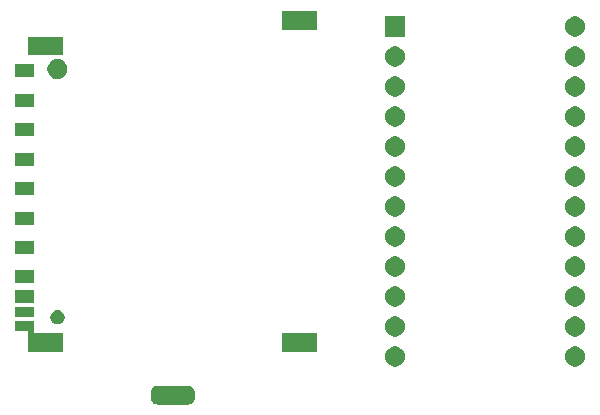
<source format=gbr>
G04 #@! TF.GenerationSoftware,KiCad,Pcbnew,(5.1.5)-3*
G04 #@! TF.CreationDate,2020-01-23T23:17:30-08:00*
G04 #@! TF.ProjectId,sdInterface,7364496e-7465-4726-9661-63652e6b6963,rev?*
G04 #@! TF.SameCoordinates,Original*
G04 #@! TF.FileFunction,Soldermask,Top*
G04 #@! TF.FilePolarity,Negative*
%FSLAX46Y46*%
G04 Gerber Fmt 4.6, Leading zero omitted, Abs format (unit mm)*
G04 Created by KiCad (PCBNEW (5.1.5)-3) date 2020-01-23 23:17:30*
%MOMM*%
%LPD*%
G04 APERTURE LIST*
%ADD10C,0.100000*%
G04 APERTURE END LIST*
D10*
G36*
X104059999Y-105999737D02*
G01*
X104074528Y-106004145D01*
X104087711Y-106009606D01*
X104111745Y-106014388D01*
X104136249Y-106014389D01*
X104160282Y-106009609D01*
X104182921Y-106000232D01*
X104184765Y-105999000D01*
X105416050Y-105999000D01*
X105428164Y-106005475D01*
X105451613Y-106012588D01*
X105475999Y-106014990D01*
X105500385Y-106012588D01*
X105523834Y-106005475D01*
X105528746Y-106003152D01*
X105540001Y-105999737D01*
X105556140Y-105998148D01*
X106093861Y-105998148D01*
X106112199Y-105999954D01*
X106124450Y-106000556D01*
X106142869Y-106000556D01*
X106165149Y-106002750D01*
X106249233Y-106019476D01*
X106270660Y-106025976D01*
X106349858Y-106058780D01*
X106355303Y-106061691D01*
X106355309Y-106061693D01*
X106364169Y-106066429D01*
X106364173Y-106066432D01*
X106369614Y-106069340D01*
X106440899Y-106116971D01*
X106458204Y-106131172D01*
X106518828Y-106191796D01*
X106533029Y-106209101D01*
X106580660Y-106280386D01*
X106583568Y-106285827D01*
X106583571Y-106285831D01*
X106588307Y-106294691D01*
X106588309Y-106294697D01*
X106591220Y-106300142D01*
X106624024Y-106379340D01*
X106630524Y-106400767D01*
X106647250Y-106484851D01*
X106649444Y-106507131D01*
X106649444Y-106525550D01*
X106650046Y-106537801D01*
X106651852Y-106556139D01*
X106651852Y-107043862D01*
X106650046Y-107062199D01*
X106649444Y-107074450D01*
X106649444Y-107092869D01*
X106647250Y-107115149D01*
X106630524Y-107199233D01*
X106624024Y-107220660D01*
X106591220Y-107299858D01*
X106588309Y-107305303D01*
X106588307Y-107305309D01*
X106583571Y-107314169D01*
X106583568Y-107314173D01*
X106580660Y-107319614D01*
X106533029Y-107390899D01*
X106518828Y-107408204D01*
X106458204Y-107468828D01*
X106440899Y-107483029D01*
X106369614Y-107530660D01*
X106364173Y-107533568D01*
X106364169Y-107533571D01*
X106355309Y-107538307D01*
X106355303Y-107538309D01*
X106349858Y-107541220D01*
X106270660Y-107574024D01*
X106249233Y-107580524D01*
X106165149Y-107597250D01*
X106142869Y-107599444D01*
X106124450Y-107599444D01*
X106112199Y-107600046D01*
X106093862Y-107601852D01*
X105556140Y-107601852D01*
X105540001Y-107600263D01*
X105525472Y-107595855D01*
X105512289Y-107590394D01*
X105488255Y-107585612D01*
X105463751Y-107585611D01*
X105439718Y-107590391D01*
X105417079Y-107599768D01*
X105415235Y-107601000D01*
X104183950Y-107601000D01*
X104171836Y-107594525D01*
X104148387Y-107587412D01*
X104124001Y-107585010D01*
X104099615Y-107587412D01*
X104076166Y-107594525D01*
X104071254Y-107596848D01*
X104059999Y-107600263D01*
X104043860Y-107601852D01*
X103506138Y-107601852D01*
X103487801Y-107600046D01*
X103475550Y-107599444D01*
X103457131Y-107599444D01*
X103434851Y-107597250D01*
X103350767Y-107580524D01*
X103329340Y-107574024D01*
X103250142Y-107541220D01*
X103244697Y-107538309D01*
X103244691Y-107538307D01*
X103235831Y-107533571D01*
X103235827Y-107533568D01*
X103230386Y-107530660D01*
X103159101Y-107483029D01*
X103141796Y-107468828D01*
X103081172Y-107408204D01*
X103066971Y-107390899D01*
X103019340Y-107319614D01*
X103016432Y-107314173D01*
X103016429Y-107314169D01*
X103011693Y-107305309D01*
X103011691Y-107305303D01*
X103008780Y-107299858D01*
X102975976Y-107220660D01*
X102969476Y-107199233D01*
X102952750Y-107115149D01*
X102950556Y-107092869D01*
X102950556Y-107074450D01*
X102949954Y-107062199D01*
X102948148Y-107043862D01*
X102948148Y-106556139D01*
X102949954Y-106537801D01*
X102950556Y-106525550D01*
X102950556Y-106507131D01*
X102952750Y-106484851D01*
X102969476Y-106400767D01*
X102975976Y-106379340D01*
X103008780Y-106300142D01*
X103011691Y-106294697D01*
X103011693Y-106294691D01*
X103016429Y-106285831D01*
X103016432Y-106285827D01*
X103019340Y-106280386D01*
X103066971Y-106209101D01*
X103081172Y-106191796D01*
X103141796Y-106131172D01*
X103159101Y-106116971D01*
X103230386Y-106069340D01*
X103235827Y-106066432D01*
X103235831Y-106066429D01*
X103244691Y-106061693D01*
X103244697Y-106061691D01*
X103250142Y-106058780D01*
X103329340Y-106025976D01*
X103350767Y-106019476D01*
X103434851Y-106002750D01*
X103457131Y-106000556D01*
X103475550Y-106000556D01*
X103487801Y-105999954D01*
X103506139Y-105998148D01*
X104043860Y-105998148D01*
X104059999Y-105999737D01*
G37*
G36*
X123848228Y-102721703D02*
G01*
X124003100Y-102785853D01*
X124142481Y-102878985D01*
X124261015Y-102997519D01*
X124354147Y-103136900D01*
X124418297Y-103291772D01*
X124451000Y-103456184D01*
X124451000Y-103623816D01*
X124418297Y-103788228D01*
X124354147Y-103943100D01*
X124261015Y-104082481D01*
X124142481Y-104201015D01*
X124003100Y-104294147D01*
X123848228Y-104358297D01*
X123683816Y-104391000D01*
X123516184Y-104391000D01*
X123351772Y-104358297D01*
X123196900Y-104294147D01*
X123057519Y-104201015D01*
X122938985Y-104082481D01*
X122845853Y-103943100D01*
X122781703Y-103788228D01*
X122749000Y-103623816D01*
X122749000Y-103456184D01*
X122781703Y-103291772D01*
X122845853Y-103136900D01*
X122938985Y-102997519D01*
X123057519Y-102878985D01*
X123196900Y-102785853D01*
X123351772Y-102721703D01*
X123516184Y-102689000D01*
X123683816Y-102689000D01*
X123848228Y-102721703D01*
G37*
G36*
X139088228Y-102721703D02*
G01*
X139243100Y-102785853D01*
X139382481Y-102878985D01*
X139501015Y-102997519D01*
X139594147Y-103136900D01*
X139658297Y-103291772D01*
X139691000Y-103456184D01*
X139691000Y-103623816D01*
X139658297Y-103788228D01*
X139594147Y-103943100D01*
X139501015Y-104082481D01*
X139382481Y-104201015D01*
X139243100Y-104294147D01*
X139088228Y-104358297D01*
X138923816Y-104391000D01*
X138756184Y-104391000D01*
X138591772Y-104358297D01*
X138436900Y-104294147D01*
X138297519Y-104201015D01*
X138178985Y-104082481D01*
X138085853Y-103943100D01*
X138021703Y-103788228D01*
X137989000Y-103623816D01*
X137989000Y-103456184D01*
X138021703Y-103291772D01*
X138085853Y-103136900D01*
X138178985Y-102997519D01*
X138297519Y-102878985D01*
X138436900Y-102785853D01*
X138591772Y-102721703D01*
X138756184Y-102689000D01*
X138923816Y-102689000D01*
X139088228Y-102721703D01*
G37*
G36*
X93026000Y-101424001D02*
G01*
X93028402Y-101448387D01*
X93035515Y-101471836D01*
X93047066Y-101493447D01*
X93062611Y-101512389D01*
X93081553Y-101527934D01*
X93103164Y-101539485D01*
X93126613Y-101546598D01*
X93150999Y-101549000D01*
X95476000Y-101549000D01*
X95476000Y-103151000D01*
X92574000Y-103151000D01*
X92574000Y-101480999D01*
X92571598Y-101456613D01*
X92564485Y-101433164D01*
X92552934Y-101411553D01*
X92537389Y-101392611D01*
X92518447Y-101377066D01*
X92496836Y-101365515D01*
X92473387Y-101358402D01*
X92449001Y-101356000D01*
X91424000Y-101356000D01*
X91424000Y-100554000D01*
X93026000Y-100554000D01*
X93026000Y-101424001D01*
G37*
G36*
X116976000Y-103151000D02*
G01*
X114074000Y-103151000D01*
X114074000Y-101549000D01*
X116976000Y-101549000D01*
X116976000Y-103151000D01*
G37*
G36*
X139088228Y-100181703D02*
G01*
X139243100Y-100245853D01*
X139382481Y-100338985D01*
X139501015Y-100457519D01*
X139594147Y-100596900D01*
X139658297Y-100751772D01*
X139691000Y-100916184D01*
X139691000Y-101083816D01*
X139658297Y-101248228D01*
X139594147Y-101403100D01*
X139501015Y-101542481D01*
X139382481Y-101661015D01*
X139243100Y-101754147D01*
X139088228Y-101818297D01*
X138923816Y-101851000D01*
X138756184Y-101851000D01*
X138591772Y-101818297D01*
X138436900Y-101754147D01*
X138297519Y-101661015D01*
X138178985Y-101542481D01*
X138085853Y-101403100D01*
X138021703Y-101248228D01*
X137989000Y-101083816D01*
X137989000Y-100916184D01*
X138021703Y-100751772D01*
X138085853Y-100596900D01*
X138178985Y-100457519D01*
X138297519Y-100338985D01*
X138436900Y-100245853D01*
X138591772Y-100181703D01*
X138756184Y-100149000D01*
X138923816Y-100149000D01*
X139088228Y-100181703D01*
G37*
G36*
X123848228Y-100181703D02*
G01*
X124003100Y-100245853D01*
X124142481Y-100338985D01*
X124261015Y-100457519D01*
X124354147Y-100596900D01*
X124418297Y-100751772D01*
X124451000Y-100916184D01*
X124451000Y-101083816D01*
X124418297Y-101248228D01*
X124354147Y-101403100D01*
X124261015Y-101542481D01*
X124142481Y-101661015D01*
X124003100Y-101754147D01*
X123848228Y-101818297D01*
X123683816Y-101851000D01*
X123516184Y-101851000D01*
X123351772Y-101818297D01*
X123196900Y-101754147D01*
X123057519Y-101661015D01*
X122938985Y-101542481D01*
X122845853Y-101403100D01*
X122781703Y-101248228D01*
X122749000Y-101083816D01*
X122749000Y-100916184D01*
X122781703Y-100751772D01*
X122845853Y-100596900D01*
X122938985Y-100457519D01*
X123057519Y-100338985D01*
X123196900Y-100245853D01*
X123351772Y-100181703D01*
X123516184Y-100149000D01*
X123683816Y-100149000D01*
X123848228Y-100181703D01*
G37*
G36*
X95161601Y-99614397D02*
G01*
X95200305Y-99622096D01*
X95232340Y-99635365D01*
X95309680Y-99667400D01*
X95408115Y-99733173D01*
X95491827Y-99816885D01*
X95557600Y-99915320D01*
X95602904Y-100024696D01*
X95626000Y-100140805D01*
X95626000Y-100259195D01*
X95602904Y-100375304D01*
X95557600Y-100484680D01*
X95491827Y-100583115D01*
X95408115Y-100666827D01*
X95309680Y-100732600D01*
X95232340Y-100764635D01*
X95200305Y-100777904D01*
X95161601Y-100785603D01*
X95084195Y-100801000D01*
X94965805Y-100801000D01*
X94888399Y-100785603D01*
X94849695Y-100777904D01*
X94817660Y-100764635D01*
X94740320Y-100732600D01*
X94641885Y-100666827D01*
X94558173Y-100583115D01*
X94492400Y-100484680D01*
X94447096Y-100375304D01*
X94424000Y-100259195D01*
X94424000Y-100140805D01*
X94447096Y-100024696D01*
X94492400Y-99915320D01*
X94558173Y-99816885D01*
X94641885Y-99733173D01*
X94740320Y-99667400D01*
X94817660Y-99635365D01*
X94849695Y-99622096D01*
X94888399Y-99614397D01*
X94965805Y-99599000D01*
X95084195Y-99599000D01*
X95161601Y-99614397D01*
G37*
G36*
X93026000Y-100156000D02*
G01*
X91424000Y-100156000D01*
X91424000Y-99354000D01*
X93026000Y-99354000D01*
X93026000Y-100156000D01*
G37*
G36*
X139088228Y-97641703D02*
G01*
X139243100Y-97705853D01*
X139382481Y-97798985D01*
X139501015Y-97917519D01*
X139594147Y-98056900D01*
X139658297Y-98211772D01*
X139691000Y-98376184D01*
X139691000Y-98543816D01*
X139658297Y-98708228D01*
X139594147Y-98863100D01*
X139501015Y-99002481D01*
X139382481Y-99121015D01*
X139243100Y-99214147D01*
X139088228Y-99278297D01*
X138923816Y-99311000D01*
X138756184Y-99311000D01*
X138591772Y-99278297D01*
X138436900Y-99214147D01*
X138297519Y-99121015D01*
X138178985Y-99002481D01*
X138085853Y-98863100D01*
X138021703Y-98708228D01*
X137989000Y-98543816D01*
X137989000Y-98376184D01*
X138021703Y-98211772D01*
X138085853Y-98056900D01*
X138178985Y-97917519D01*
X138297519Y-97798985D01*
X138436900Y-97705853D01*
X138591772Y-97641703D01*
X138756184Y-97609000D01*
X138923816Y-97609000D01*
X139088228Y-97641703D01*
G37*
G36*
X123848228Y-97641703D02*
G01*
X124003100Y-97705853D01*
X124142481Y-97798985D01*
X124261015Y-97917519D01*
X124354147Y-98056900D01*
X124418297Y-98211772D01*
X124451000Y-98376184D01*
X124451000Y-98543816D01*
X124418297Y-98708228D01*
X124354147Y-98863100D01*
X124261015Y-99002481D01*
X124142481Y-99121015D01*
X124003100Y-99214147D01*
X123848228Y-99278297D01*
X123683816Y-99311000D01*
X123516184Y-99311000D01*
X123351772Y-99278297D01*
X123196900Y-99214147D01*
X123057519Y-99121015D01*
X122938985Y-99002481D01*
X122845853Y-98863100D01*
X122781703Y-98708228D01*
X122749000Y-98543816D01*
X122749000Y-98376184D01*
X122781703Y-98211772D01*
X122845853Y-98056900D01*
X122938985Y-97917519D01*
X123057519Y-97798985D01*
X123196900Y-97705853D01*
X123351772Y-97641703D01*
X123516184Y-97609000D01*
X123683816Y-97609000D01*
X123848228Y-97641703D01*
G37*
G36*
X93026000Y-99006000D02*
G01*
X91424000Y-99006000D01*
X91424000Y-97904000D01*
X93026000Y-97904000D01*
X93026000Y-99006000D01*
G37*
G36*
X93026000Y-97306000D02*
G01*
X91424000Y-97306000D01*
X91424000Y-96204000D01*
X93026000Y-96204000D01*
X93026000Y-97306000D01*
G37*
G36*
X139088228Y-95101703D02*
G01*
X139243100Y-95165853D01*
X139382481Y-95258985D01*
X139501015Y-95377519D01*
X139594147Y-95516900D01*
X139658297Y-95671772D01*
X139691000Y-95836184D01*
X139691000Y-96003816D01*
X139658297Y-96168228D01*
X139594147Y-96323100D01*
X139501015Y-96462481D01*
X139382481Y-96581015D01*
X139243100Y-96674147D01*
X139088228Y-96738297D01*
X138923816Y-96771000D01*
X138756184Y-96771000D01*
X138591772Y-96738297D01*
X138436900Y-96674147D01*
X138297519Y-96581015D01*
X138178985Y-96462481D01*
X138085853Y-96323100D01*
X138021703Y-96168228D01*
X137989000Y-96003816D01*
X137989000Y-95836184D01*
X138021703Y-95671772D01*
X138085853Y-95516900D01*
X138178985Y-95377519D01*
X138297519Y-95258985D01*
X138436900Y-95165853D01*
X138591772Y-95101703D01*
X138756184Y-95069000D01*
X138923816Y-95069000D01*
X139088228Y-95101703D01*
G37*
G36*
X123848228Y-95101703D02*
G01*
X124003100Y-95165853D01*
X124142481Y-95258985D01*
X124261015Y-95377519D01*
X124354147Y-95516900D01*
X124418297Y-95671772D01*
X124451000Y-95836184D01*
X124451000Y-96003816D01*
X124418297Y-96168228D01*
X124354147Y-96323100D01*
X124261015Y-96462481D01*
X124142481Y-96581015D01*
X124003100Y-96674147D01*
X123848228Y-96738297D01*
X123683816Y-96771000D01*
X123516184Y-96771000D01*
X123351772Y-96738297D01*
X123196900Y-96674147D01*
X123057519Y-96581015D01*
X122938985Y-96462481D01*
X122845853Y-96323100D01*
X122781703Y-96168228D01*
X122749000Y-96003816D01*
X122749000Y-95836184D01*
X122781703Y-95671772D01*
X122845853Y-95516900D01*
X122938985Y-95377519D01*
X123057519Y-95258985D01*
X123196900Y-95165853D01*
X123351772Y-95101703D01*
X123516184Y-95069000D01*
X123683816Y-95069000D01*
X123848228Y-95101703D01*
G37*
G36*
X93026000Y-94876000D02*
G01*
X91424000Y-94876000D01*
X91424000Y-93774000D01*
X93026000Y-93774000D01*
X93026000Y-94876000D01*
G37*
G36*
X123848228Y-92561703D02*
G01*
X124003100Y-92625853D01*
X124142481Y-92718985D01*
X124261015Y-92837519D01*
X124354147Y-92976900D01*
X124418297Y-93131772D01*
X124451000Y-93296184D01*
X124451000Y-93463816D01*
X124418297Y-93628228D01*
X124354147Y-93783100D01*
X124261015Y-93922481D01*
X124142481Y-94041015D01*
X124003100Y-94134147D01*
X123848228Y-94198297D01*
X123683816Y-94231000D01*
X123516184Y-94231000D01*
X123351772Y-94198297D01*
X123196900Y-94134147D01*
X123057519Y-94041015D01*
X122938985Y-93922481D01*
X122845853Y-93783100D01*
X122781703Y-93628228D01*
X122749000Y-93463816D01*
X122749000Y-93296184D01*
X122781703Y-93131772D01*
X122845853Y-92976900D01*
X122938985Y-92837519D01*
X123057519Y-92718985D01*
X123196900Y-92625853D01*
X123351772Y-92561703D01*
X123516184Y-92529000D01*
X123683816Y-92529000D01*
X123848228Y-92561703D01*
G37*
G36*
X139088228Y-92561703D02*
G01*
X139243100Y-92625853D01*
X139382481Y-92718985D01*
X139501015Y-92837519D01*
X139594147Y-92976900D01*
X139658297Y-93131772D01*
X139691000Y-93296184D01*
X139691000Y-93463816D01*
X139658297Y-93628228D01*
X139594147Y-93783100D01*
X139501015Y-93922481D01*
X139382481Y-94041015D01*
X139243100Y-94134147D01*
X139088228Y-94198297D01*
X138923816Y-94231000D01*
X138756184Y-94231000D01*
X138591772Y-94198297D01*
X138436900Y-94134147D01*
X138297519Y-94041015D01*
X138178985Y-93922481D01*
X138085853Y-93783100D01*
X138021703Y-93628228D01*
X137989000Y-93463816D01*
X137989000Y-93296184D01*
X138021703Y-93131772D01*
X138085853Y-92976900D01*
X138178985Y-92837519D01*
X138297519Y-92718985D01*
X138436900Y-92625853D01*
X138591772Y-92561703D01*
X138756184Y-92529000D01*
X138923816Y-92529000D01*
X139088228Y-92561703D01*
G37*
G36*
X93026000Y-92376000D02*
G01*
X91424000Y-92376000D01*
X91424000Y-91274000D01*
X93026000Y-91274000D01*
X93026000Y-92376000D01*
G37*
G36*
X123848228Y-90021703D02*
G01*
X124003100Y-90085853D01*
X124142481Y-90178985D01*
X124261015Y-90297519D01*
X124354147Y-90436900D01*
X124418297Y-90591772D01*
X124451000Y-90756184D01*
X124451000Y-90923816D01*
X124418297Y-91088228D01*
X124354147Y-91243100D01*
X124261015Y-91382481D01*
X124142481Y-91501015D01*
X124003100Y-91594147D01*
X123848228Y-91658297D01*
X123683816Y-91691000D01*
X123516184Y-91691000D01*
X123351772Y-91658297D01*
X123196900Y-91594147D01*
X123057519Y-91501015D01*
X122938985Y-91382481D01*
X122845853Y-91243100D01*
X122781703Y-91088228D01*
X122749000Y-90923816D01*
X122749000Y-90756184D01*
X122781703Y-90591772D01*
X122845853Y-90436900D01*
X122938985Y-90297519D01*
X123057519Y-90178985D01*
X123196900Y-90085853D01*
X123351772Y-90021703D01*
X123516184Y-89989000D01*
X123683816Y-89989000D01*
X123848228Y-90021703D01*
G37*
G36*
X139088228Y-90021703D02*
G01*
X139243100Y-90085853D01*
X139382481Y-90178985D01*
X139501015Y-90297519D01*
X139594147Y-90436900D01*
X139658297Y-90591772D01*
X139691000Y-90756184D01*
X139691000Y-90923816D01*
X139658297Y-91088228D01*
X139594147Y-91243100D01*
X139501015Y-91382481D01*
X139382481Y-91501015D01*
X139243100Y-91594147D01*
X139088228Y-91658297D01*
X138923816Y-91691000D01*
X138756184Y-91691000D01*
X138591772Y-91658297D01*
X138436900Y-91594147D01*
X138297519Y-91501015D01*
X138178985Y-91382481D01*
X138085853Y-91243100D01*
X138021703Y-91088228D01*
X137989000Y-90923816D01*
X137989000Y-90756184D01*
X138021703Y-90591772D01*
X138085853Y-90436900D01*
X138178985Y-90297519D01*
X138297519Y-90178985D01*
X138436900Y-90085853D01*
X138591772Y-90021703D01*
X138756184Y-89989000D01*
X138923816Y-89989000D01*
X139088228Y-90021703D01*
G37*
G36*
X93026000Y-89876000D02*
G01*
X91424000Y-89876000D01*
X91424000Y-88774000D01*
X93026000Y-88774000D01*
X93026000Y-89876000D01*
G37*
G36*
X139088228Y-87481703D02*
G01*
X139243100Y-87545853D01*
X139382481Y-87638985D01*
X139501015Y-87757519D01*
X139594147Y-87896900D01*
X139658297Y-88051772D01*
X139691000Y-88216184D01*
X139691000Y-88383816D01*
X139658297Y-88548228D01*
X139594147Y-88703100D01*
X139501015Y-88842481D01*
X139382481Y-88961015D01*
X139243100Y-89054147D01*
X139088228Y-89118297D01*
X138923816Y-89151000D01*
X138756184Y-89151000D01*
X138591772Y-89118297D01*
X138436900Y-89054147D01*
X138297519Y-88961015D01*
X138178985Y-88842481D01*
X138085853Y-88703100D01*
X138021703Y-88548228D01*
X137989000Y-88383816D01*
X137989000Y-88216184D01*
X138021703Y-88051772D01*
X138085853Y-87896900D01*
X138178985Y-87757519D01*
X138297519Y-87638985D01*
X138436900Y-87545853D01*
X138591772Y-87481703D01*
X138756184Y-87449000D01*
X138923816Y-87449000D01*
X139088228Y-87481703D01*
G37*
G36*
X123848228Y-87481703D02*
G01*
X124003100Y-87545853D01*
X124142481Y-87638985D01*
X124261015Y-87757519D01*
X124354147Y-87896900D01*
X124418297Y-88051772D01*
X124451000Y-88216184D01*
X124451000Y-88383816D01*
X124418297Y-88548228D01*
X124354147Y-88703100D01*
X124261015Y-88842481D01*
X124142481Y-88961015D01*
X124003100Y-89054147D01*
X123848228Y-89118297D01*
X123683816Y-89151000D01*
X123516184Y-89151000D01*
X123351772Y-89118297D01*
X123196900Y-89054147D01*
X123057519Y-88961015D01*
X122938985Y-88842481D01*
X122845853Y-88703100D01*
X122781703Y-88548228D01*
X122749000Y-88383816D01*
X122749000Y-88216184D01*
X122781703Y-88051772D01*
X122845853Y-87896900D01*
X122938985Y-87757519D01*
X123057519Y-87638985D01*
X123196900Y-87545853D01*
X123351772Y-87481703D01*
X123516184Y-87449000D01*
X123683816Y-87449000D01*
X123848228Y-87481703D01*
G37*
G36*
X93026000Y-87376000D02*
G01*
X91424000Y-87376000D01*
X91424000Y-86274000D01*
X93026000Y-86274000D01*
X93026000Y-87376000D01*
G37*
G36*
X123848228Y-84941703D02*
G01*
X124003100Y-85005853D01*
X124142481Y-85098985D01*
X124261015Y-85217519D01*
X124354147Y-85356900D01*
X124418297Y-85511772D01*
X124451000Y-85676184D01*
X124451000Y-85843816D01*
X124418297Y-86008228D01*
X124354147Y-86163100D01*
X124261015Y-86302481D01*
X124142481Y-86421015D01*
X124003100Y-86514147D01*
X123848228Y-86578297D01*
X123683816Y-86611000D01*
X123516184Y-86611000D01*
X123351772Y-86578297D01*
X123196900Y-86514147D01*
X123057519Y-86421015D01*
X122938985Y-86302481D01*
X122845853Y-86163100D01*
X122781703Y-86008228D01*
X122749000Y-85843816D01*
X122749000Y-85676184D01*
X122781703Y-85511772D01*
X122845853Y-85356900D01*
X122938985Y-85217519D01*
X123057519Y-85098985D01*
X123196900Y-85005853D01*
X123351772Y-84941703D01*
X123516184Y-84909000D01*
X123683816Y-84909000D01*
X123848228Y-84941703D01*
G37*
G36*
X139088228Y-84941703D02*
G01*
X139243100Y-85005853D01*
X139382481Y-85098985D01*
X139501015Y-85217519D01*
X139594147Y-85356900D01*
X139658297Y-85511772D01*
X139691000Y-85676184D01*
X139691000Y-85843816D01*
X139658297Y-86008228D01*
X139594147Y-86163100D01*
X139501015Y-86302481D01*
X139382481Y-86421015D01*
X139243100Y-86514147D01*
X139088228Y-86578297D01*
X138923816Y-86611000D01*
X138756184Y-86611000D01*
X138591772Y-86578297D01*
X138436900Y-86514147D01*
X138297519Y-86421015D01*
X138178985Y-86302481D01*
X138085853Y-86163100D01*
X138021703Y-86008228D01*
X137989000Y-85843816D01*
X137989000Y-85676184D01*
X138021703Y-85511772D01*
X138085853Y-85356900D01*
X138178985Y-85217519D01*
X138297519Y-85098985D01*
X138436900Y-85005853D01*
X138591772Y-84941703D01*
X138756184Y-84909000D01*
X138923816Y-84909000D01*
X139088228Y-84941703D01*
G37*
G36*
X93026000Y-84876000D02*
G01*
X91424000Y-84876000D01*
X91424000Y-83774000D01*
X93026000Y-83774000D01*
X93026000Y-84876000D01*
G37*
G36*
X139088228Y-82401703D02*
G01*
X139243100Y-82465853D01*
X139382481Y-82558985D01*
X139501015Y-82677519D01*
X139594147Y-82816900D01*
X139658297Y-82971772D01*
X139691000Y-83136184D01*
X139691000Y-83303816D01*
X139658297Y-83468228D01*
X139594147Y-83623100D01*
X139501015Y-83762481D01*
X139382481Y-83881015D01*
X139243100Y-83974147D01*
X139088228Y-84038297D01*
X138923816Y-84071000D01*
X138756184Y-84071000D01*
X138591772Y-84038297D01*
X138436900Y-83974147D01*
X138297519Y-83881015D01*
X138178985Y-83762481D01*
X138085853Y-83623100D01*
X138021703Y-83468228D01*
X137989000Y-83303816D01*
X137989000Y-83136184D01*
X138021703Y-82971772D01*
X138085853Y-82816900D01*
X138178985Y-82677519D01*
X138297519Y-82558985D01*
X138436900Y-82465853D01*
X138591772Y-82401703D01*
X138756184Y-82369000D01*
X138923816Y-82369000D01*
X139088228Y-82401703D01*
G37*
G36*
X123848228Y-82401703D02*
G01*
X124003100Y-82465853D01*
X124142481Y-82558985D01*
X124261015Y-82677519D01*
X124354147Y-82816900D01*
X124418297Y-82971772D01*
X124451000Y-83136184D01*
X124451000Y-83303816D01*
X124418297Y-83468228D01*
X124354147Y-83623100D01*
X124261015Y-83762481D01*
X124142481Y-83881015D01*
X124003100Y-83974147D01*
X123848228Y-84038297D01*
X123683816Y-84071000D01*
X123516184Y-84071000D01*
X123351772Y-84038297D01*
X123196900Y-83974147D01*
X123057519Y-83881015D01*
X122938985Y-83762481D01*
X122845853Y-83623100D01*
X122781703Y-83468228D01*
X122749000Y-83303816D01*
X122749000Y-83136184D01*
X122781703Y-82971772D01*
X122845853Y-82816900D01*
X122938985Y-82677519D01*
X123057519Y-82558985D01*
X123196900Y-82465853D01*
X123351772Y-82401703D01*
X123516184Y-82369000D01*
X123683816Y-82369000D01*
X123848228Y-82401703D01*
G37*
G36*
X93026000Y-82376000D02*
G01*
X91424000Y-82376000D01*
X91424000Y-81274000D01*
X93026000Y-81274000D01*
X93026000Y-82376000D01*
G37*
G36*
X123848228Y-79861703D02*
G01*
X124003100Y-79925853D01*
X124142481Y-80018985D01*
X124261015Y-80137519D01*
X124354147Y-80276900D01*
X124418297Y-80431772D01*
X124451000Y-80596184D01*
X124451000Y-80763816D01*
X124418297Y-80928228D01*
X124354147Y-81083100D01*
X124261015Y-81222481D01*
X124142481Y-81341015D01*
X124003100Y-81434147D01*
X123848228Y-81498297D01*
X123683816Y-81531000D01*
X123516184Y-81531000D01*
X123351772Y-81498297D01*
X123196900Y-81434147D01*
X123057519Y-81341015D01*
X122938985Y-81222481D01*
X122845853Y-81083100D01*
X122781703Y-80928228D01*
X122749000Y-80763816D01*
X122749000Y-80596184D01*
X122781703Y-80431772D01*
X122845853Y-80276900D01*
X122938985Y-80137519D01*
X123057519Y-80018985D01*
X123196900Y-79925853D01*
X123351772Y-79861703D01*
X123516184Y-79829000D01*
X123683816Y-79829000D01*
X123848228Y-79861703D01*
G37*
G36*
X139088228Y-79861703D02*
G01*
X139243100Y-79925853D01*
X139382481Y-80018985D01*
X139501015Y-80137519D01*
X139594147Y-80276900D01*
X139658297Y-80431772D01*
X139691000Y-80596184D01*
X139691000Y-80763816D01*
X139658297Y-80928228D01*
X139594147Y-81083100D01*
X139501015Y-81222481D01*
X139382481Y-81341015D01*
X139243100Y-81434147D01*
X139088228Y-81498297D01*
X138923816Y-81531000D01*
X138756184Y-81531000D01*
X138591772Y-81498297D01*
X138436900Y-81434147D01*
X138297519Y-81341015D01*
X138178985Y-81222481D01*
X138085853Y-81083100D01*
X138021703Y-80928228D01*
X137989000Y-80763816D01*
X137989000Y-80596184D01*
X138021703Y-80431772D01*
X138085853Y-80276900D01*
X138178985Y-80137519D01*
X138297519Y-80018985D01*
X138436900Y-79925853D01*
X138591772Y-79861703D01*
X138756184Y-79829000D01*
X138923816Y-79829000D01*
X139088228Y-79861703D01*
G37*
G36*
X95273228Y-78381703D02*
G01*
X95428100Y-78445853D01*
X95567481Y-78538985D01*
X95686015Y-78657519D01*
X95779147Y-78796900D01*
X95843297Y-78951772D01*
X95876000Y-79116184D01*
X95876000Y-79283816D01*
X95843297Y-79448228D01*
X95779147Y-79603100D01*
X95686015Y-79742481D01*
X95567481Y-79861015D01*
X95428100Y-79954147D01*
X95273228Y-80018297D01*
X95108816Y-80051000D01*
X94941184Y-80051000D01*
X94776772Y-80018297D01*
X94621900Y-79954147D01*
X94482519Y-79861015D01*
X94363985Y-79742481D01*
X94270853Y-79603100D01*
X94206703Y-79448228D01*
X94174000Y-79283816D01*
X94174000Y-79116184D01*
X94206703Y-78951772D01*
X94270853Y-78796900D01*
X94363985Y-78657519D01*
X94482519Y-78538985D01*
X94621900Y-78445853D01*
X94776772Y-78381703D01*
X94941184Y-78349000D01*
X95108816Y-78349000D01*
X95273228Y-78381703D01*
G37*
G36*
X93026000Y-79876000D02*
G01*
X91424000Y-79876000D01*
X91424000Y-78774000D01*
X93026000Y-78774000D01*
X93026000Y-79876000D01*
G37*
G36*
X139088228Y-77321703D02*
G01*
X139243100Y-77385853D01*
X139382481Y-77478985D01*
X139501015Y-77597519D01*
X139594147Y-77736900D01*
X139658297Y-77891772D01*
X139691000Y-78056184D01*
X139691000Y-78223816D01*
X139658297Y-78388228D01*
X139594147Y-78543100D01*
X139501015Y-78682481D01*
X139382481Y-78801015D01*
X139243100Y-78894147D01*
X139088228Y-78958297D01*
X138923816Y-78991000D01*
X138756184Y-78991000D01*
X138591772Y-78958297D01*
X138436900Y-78894147D01*
X138297519Y-78801015D01*
X138178985Y-78682481D01*
X138085853Y-78543100D01*
X138021703Y-78388228D01*
X137989000Y-78223816D01*
X137989000Y-78056184D01*
X138021703Y-77891772D01*
X138085853Y-77736900D01*
X138178985Y-77597519D01*
X138297519Y-77478985D01*
X138436900Y-77385853D01*
X138591772Y-77321703D01*
X138756184Y-77289000D01*
X138923816Y-77289000D01*
X139088228Y-77321703D01*
G37*
G36*
X123848228Y-77321703D02*
G01*
X124003100Y-77385853D01*
X124142481Y-77478985D01*
X124261015Y-77597519D01*
X124354147Y-77736900D01*
X124418297Y-77891772D01*
X124451000Y-78056184D01*
X124451000Y-78223816D01*
X124418297Y-78388228D01*
X124354147Y-78543100D01*
X124261015Y-78682481D01*
X124142481Y-78801015D01*
X124003100Y-78894147D01*
X123848228Y-78958297D01*
X123683816Y-78991000D01*
X123516184Y-78991000D01*
X123351772Y-78958297D01*
X123196900Y-78894147D01*
X123057519Y-78801015D01*
X122938985Y-78682481D01*
X122845853Y-78543100D01*
X122781703Y-78388228D01*
X122749000Y-78223816D01*
X122749000Y-78056184D01*
X122781703Y-77891772D01*
X122845853Y-77736900D01*
X122938985Y-77597519D01*
X123057519Y-77478985D01*
X123196900Y-77385853D01*
X123351772Y-77321703D01*
X123516184Y-77289000D01*
X123683816Y-77289000D01*
X123848228Y-77321703D01*
G37*
G36*
X95476000Y-78051000D02*
G01*
X92574000Y-78051000D01*
X92574000Y-76449000D01*
X95476000Y-76449000D01*
X95476000Y-78051000D01*
G37*
G36*
X124451000Y-76451000D02*
G01*
X122749000Y-76451000D01*
X122749000Y-74749000D01*
X124451000Y-74749000D01*
X124451000Y-76451000D01*
G37*
G36*
X139088228Y-74781703D02*
G01*
X139243100Y-74845853D01*
X139382481Y-74938985D01*
X139501015Y-75057519D01*
X139594147Y-75196900D01*
X139658297Y-75351772D01*
X139691000Y-75516184D01*
X139691000Y-75683816D01*
X139658297Y-75848228D01*
X139594147Y-76003100D01*
X139501015Y-76142481D01*
X139382481Y-76261015D01*
X139243100Y-76354147D01*
X139088228Y-76418297D01*
X138923816Y-76451000D01*
X138756184Y-76451000D01*
X138591772Y-76418297D01*
X138436900Y-76354147D01*
X138297519Y-76261015D01*
X138178985Y-76142481D01*
X138085853Y-76003100D01*
X138021703Y-75848228D01*
X137989000Y-75683816D01*
X137989000Y-75516184D01*
X138021703Y-75351772D01*
X138085853Y-75196900D01*
X138178985Y-75057519D01*
X138297519Y-74938985D01*
X138436900Y-74845853D01*
X138591772Y-74781703D01*
X138756184Y-74749000D01*
X138923816Y-74749000D01*
X139088228Y-74781703D01*
G37*
G36*
X116976000Y-75851000D02*
G01*
X114074000Y-75851000D01*
X114074000Y-74249000D01*
X116976000Y-74249000D01*
X116976000Y-75851000D01*
G37*
M02*

</source>
